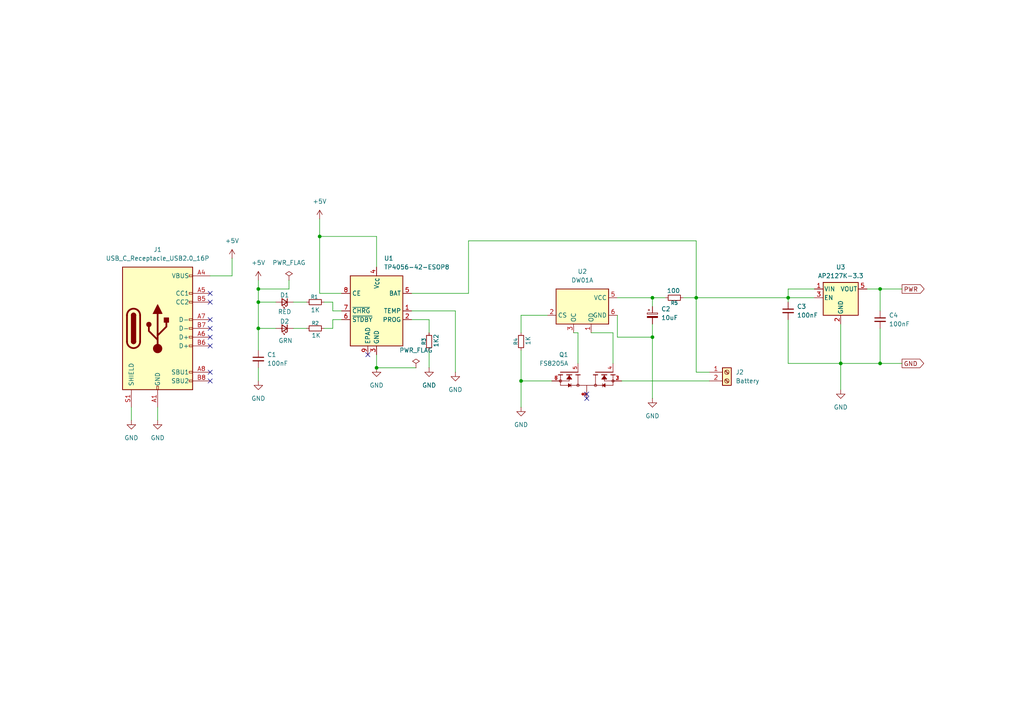
<source format=kicad_sch>
(kicad_sch (version 20250114) (generator "eeschema") (generator_version "9.0")
  (paper "A4")
  (title_block (title "Power Supply") (date "2025-06-22") (rev "REV. A") (company "EmbSysTech.in"))
  (lib_symbols
    (symbol "Battery_Management:DW01A"
      (property "Reference" "U" (at -6.604 6.35 0))
      (property "Value" "DW01A" (at 4.318 6.604 0))
      (symbol "DW01A_0_1"
        (pin power_in line (at -10.16 2.54 0) (length 2.54) (name "VCC") (number "5"))
        (pin power_in line (at -10.16 -2.54 0) (length 2.54) (name "GND") (number "6"))
        (pin output line (at -2.54 -7.62 90) (length 2.54) (name "OD") (number "1"))
        (pin output line (at 2.54 -7.62 90) (length 2.54) (name "OC") (number "3"))
        (pin input line (at 10.16 -2.54 180) (length 2.54) (name "CS") (number "2"))
      )
      (symbol "DW01A_1_1"
        (rectangle (start -7.62 5.08) (end 7.62 -5.08) (stroke (width 0.254)) (fill (type background)))
        (pin no_connect line (at 10.16 2.54 180) (length 2.54) (hide yes) (name "TD") (number "4"))
      )
    )
    (symbol "Battery_Management:TP4056-42-ESOP8"
      (property "Reference" "U" (at -6.604 11.684 0))
      (property "Value" "TP4056-42-ESOP8" (at 10.16 11.684 0))
      (symbol "TP4056-42-ESOP8_1_0"
        (pin input line (at -10.16 5.08 0) (length 2.54) (name "CE") (number "8"))
        (pin open_collector line (at -10.16 0 0) (length 2.54) (name "~{CHRG}") (number "7"))
        (pin open_collector line (at -10.16 -2.54 0) (length 2.54) (name "~{STDBY}") (number "6"))
        (pin passive line (at -2.54 -12.7 90) (length 2.54) (name "EPAD") (number "9"))
        (pin power_in line (at 0 12.7 270) (length 2.54) (name "V_{CC}") (number "4"))
        (pin power_in line (at 0 -12.7 90) (length 2.54) (name "GND") (number "3"))
        (pin power_out line (at 10.16 5.08 180) (length 2.54) (name "BAT") (number "5"))
        (pin input line (at 10.16 0 180) (length 2.54) (name "TEMP") (number "1"))
        (pin passive line (at 10.16 -2.54 180) (length 2.54) (name "PROG") (number "2"))
      )
      (symbol "TP4056-42-ESOP8_1_1"
        (rectangle (start -7.62 10.16) (end 7.62 -10.16) (stroke (width 0.254)) (fill (type background)))
      )
    )
    (symbol "Connector:Screw_Terminal_01x02" (pin_names (offset 1.016) (hide yes))
      (property "Reference" "J" (at 0 2.54 0))
      (property "Value" "Screw_Terminal_01x02" (at 0 -5.08 0))
      (symbol "Screw_Terminal_01x02_1_1"
        (rectangle (start -1.27 1.27) (end 1.27 -3.81) (stroke (width 0.254)) (fill (type background)))
        (polyline (pts (xy -0.5334 0.3302) (xy 0.3302 -0.508)) (stroke (width 0.1524)))
        (polyline (pts (xy -0.5334 -2.2098) (xy 0.3302 -3.048)) (stroke (width 0.1524)))
        (polyline (pts (xy -0.3556 0.508) (xy 0.508 -0.3302)) (stroke (width 0.1524)))
        (polyline (pts (xy -0.3556 -2.032) (xy 0.508 -2.8702)) (stroke (width 0.1524)))
        (circle (center 0 0) (radius 0.635) (stroke (width 0.1524)))
        (circle (center 0 -2.54) (radius 0.635) (stroke (width 0.1524)))
        (pin passive line (at -5.08 0 0) (length 3.81) (name "Pin_1") (number "1"))
        (pin passive line (at -5.08 -2.54 0) (length 3.81) (name "Pin_2") (number "2"))
      )
    )
    (symbol "Connector:USB_C_Receptacle_USB2.0_16P" (pin_names (offset 1.016))
      (property "Reference" "J" (at 0 22.225 0))
      (property "Value" "USB_C_Receptacle_USB2.0_16P" (at 0 19.685 0))
      (symbol "USB_C_Receptacle_USB2.0_16P_0_0"
        (rectangle (start -0.254 -17.78) (end 0.254 -16.764))
        (rectangle (start 10.16 15.494) (end 9.144 14.986))
        (rectangle (start 10.16 10.414) (end 9.144 9.906))
        (rectangle (start 10.16 7.874) (end 9.144 7.366))
        (rectangle (start 10.16 2.794) (end 9.144 2.286))
        (rectangle (start 10.16 0.254) (end 9.144 -0.254))
        (rectangle (start 10.16 -2.286) (end 9.144 -2.794))
        (rectangle (start 10.16 -4.826) (end 9.144 -5.334))
        (rectangle (start 10.16 -12.446) (end 9.144 -12.954))
        (rectangle (start 10.16 -14.986) (end 9.144 -15.494))
      )
      (symbol "USB_C_Receptacle_USB2.0_16P_0_1"
        (rectangle (start -10.16 17.78) (end 10.16 -17.78) (stroke (width 0.254)) (fill (type background)))
        (polyline (pts (xy -8.89 -3.81) (xy -8.89 3.81)) (stroke (width 0.508)))
        (rectangle (start -7.62 -3.81) (end -6.35 3.81) (stroke (width 0.254)) (fill (type outline)))
        (arc (start -7.62 3.81) (mid -6.985 4.4423) (end -6.35 3.81) (stroke (width 0.254)))
        (arc (start -7.62 3.81) (mid -6.985 4.4423) (end -6.35 3.81) (stroke (width 0.254)) (fill (type outline)))
        (arc (start -8.89 3.81) (mid -6.985 5.7067) (end -5.08 3.81) (stroke (width 0.508)))
        (arc (start -5.08 -3.81) (mid -6.985 -5.7067) (end -8.89 -3.81) (stroke (width 0.508)))
        (arc (start -6.35 -3.81) (mid -6.985 -4.4423) (end -7.62 -3.81) (stroke (width 0.254)))
        (arc (start -6.35 -3.81) (mid -6.985 -4.4423) (end -7.62 -3.81) (stroke (width 0.254)) (fill (type outline)))
        (polyline (pts (xy -5.08 3.81) (xy -5.08 -3.81)) (stroke (width 0.508)))
        (circle (center -2.54 1.143) (radius 0.635) (stroke (width 0.254)) (fill (type outline)))
        (polyline (pts (xy -1.27 4.318) (xy 0 6.858) (xy 1.27 4.318) (xy -1.27 4.318)) (stroke (width 0.254)) (fill (type outline)))
        (polyline (pts (xy 0 -2.032) (xy 2.54 0.508) (xy 2.54 1.778)) (stroke (width 0.508)))
        (polyline (pts (xy 0 -3.302) (xy -2.54 -0.762) (xy -2.54 0.508)) (stroke (width 0.508)))
        (polyline (pts (xy 0 -5.842) (xy 0 4.318)) (stroke (width 0.508)))
        (circle (center 0 -5.842) (radius 1.27) (fill (type outline)))
        (rectangle (start 1.905 1.778) (end 3.175 3.048) (stroke (width 0.254)) (fill (type outline)))
      )
      (symbol "USB_C_Receptacle_USB2.0_16P_1_1"
        (pin passive line (at -7.62 -22.86 90) (length 5.08) (name "SHIELD") (number "S1"))
        (pin passive line (at 0 -22.86 90) (length 5.08) (name "GND") (number "A1"))
        (pin passive line (at 0 -22.86 90) (length 5.08) (hide yes) (name "GND") (number "A12"))
        (pin passive line (at 0 -22.86 90) (length 5.08) (hide yes) (name "GND") (number "B1"))
        (pin passive line (at 0 -22.86 90) (length 5.08) (hide yes) (name "GND") (number "B12"))
        (pin passive line (at 15.24 15.24 180) (length 5.08) (name "VBUS") (number "A4"))
        (pin passive line (at 15.24 15.24 180) (length 5.08) (hide yes) (name "VBUS") (number "A9"))
        (pin passive line (at 15.24 15.24 180) (length 5.08) (hide yes) (name "VBUS") (number "B4"))
        (pin passive line (at 15.24 15.24 180) (length 5.08) (hide yes) (name "VBUS") (number "B9"))
        (pin bidirectional line (at 15.24 10.16 180) (length 5.08) (name "CC1") (number "A5"))
        (pin bidirectional line (at 15.24 7.62 180) (length 5.08) (name "CC2") (number "B5"))
        (pin bidirectional line (at 15.24 2.54 180) (length 5.08) (name "D-") (number "A7"))
        (pin bidirectional line (at 15.24 0 180) (length 5.08) (name "D-") (number "B7"))
        (pin bidirectional line (at 15.24 -2.54 180) (length 5.08) (name "D+") (number "A6"))
        (pin bidirectional line (at 15.24 -5.08 180) (length 5.08) (name "D+") (number "B6"))
        (pin bidirectional line (at 15.24 -12.7 180) (length 5.08) (name "SBU1") (number "A8"))
        (pin bidirectional line (at 15.24 -15.24 180) (length 5.08) (name "SBU2") (number "B8"))
      )
    )
    (symbol "Device:C_Polarized_Small" (pin_numbers (hide yes)) (pin_names (offset 0.254) (hide yes))
      (property "Reference" "C" (at 0.254 1.778 0))
      (property "Value" "C_Polarized_Small" (at 0.254 -2.032 0))
      (symbol "C_Polarized_Small_0_1"
        (rectangle (start -1.524 0.6858) (end 1.524 0.3048))
        (rectangle (start -1.524 -0.3048) (end 1.524 -0.6858) (fill (type outline)))
        (polyline (pts (xy -1.27 1.524) (xy -0.762 1.524)))
        (polyline (pts (xy -1.016 1.27) (xy -1.016 1.778)))
      )
      (symbol "C_Polarized_Small_1_1"
        (pin passive line (at 0 2.54 270) (length 1.8542) (name "~") (number "1"))
        (pin passive line (at 0 -2.54 90) (length 1.8542) (name "~") (number "2"))
      )
    )
    (symbol "Device:C_Small" (pin_numbers (hide yes)) (pin_names (offset 0.254) (hide yes))
      (property "Reference" "C" (at 0.254 1.778 0))
      (property "Value" "C_Small" (at 0.254 -2.032 0))
      (symbol "C_Small_0_1"
        (polyline (pts (xy -1.524 0.508) (xy 1.524 0.508)) (stroke (width 0.3048)))
        (polyline (pts (xy -1.524 -0.508) (xy 1.524 -0.508)) (stroke (width 0.3302)))
      )
      (symbol "C_Small_1_1"
        (pin passive line (at 0 2.54 270) (length 2.032) (name "~") (number "1"))
        (pin passive line (at 0 -2.54 90) (length 2.032) (name "~") (number "2"))
      )
    )
    (symbol "Device:LED_Small" (pin_numbers (hide yes)) (pin_names (offset 0.254) (hide yes))
      (property "Reference" "D" (at -1.27 3.175 0))
      (property "Value" "LED_Small" (at -4.445 -2.54 0))
      (symbol "LED_Small_0_1"
        (polyline (pts (xy -0.762 -1.016) (xy -0.762 1.016)) (stroke (width 0.254)))
        (polyline (pts (xy 0 0.762) (xy -0.508 1.27) (xy -0.254 1.27) (xy -0.508 1.27) (xy -0.508 1.016)))
        (polyline (pts (xy 0.508 1.27) (xy 0 1.778) (xy 0.254 1.778) (xy 0 1.778) (xy 0 1.524)))
        (polyline (pts (xy 0.762 -1.016) (xy -0.762 0) (xy 0.762 1.016) (xy 0.762 -1.016)) (stroke (width 0.254)))
        (polyline (pts (xy 1.016 0) (xy -0.762 0)))
      )
      (symbol "LED_Small_1_1"
        (pin passive line (at -2.54 0 0) (length 1.778) (name "K") (number "1"))
        (pin passive line (at 2.54 0 180) (length 1.778) (name "A") (number "2"))
      )
    )
    (symbol "Device:R_Small" (pin_numbers (hide yes)) (pin_names (offset 0.254) (hide yes))
      (property "Reference" "R" (at 0 0 90))
      (property "Value" "R_Small" (at 1.778 0 90))
      (symbol "R_Small_0_1"
        (rectangle (start -0.762 1.778) (end 0.762 -1.778) (stroke (width 0.2032)))
      )
      (symbol "R_Small_1_1"
        (pin passive line (at 0 2.54 270) (length 0.762) (name "~") (number "1"))
        (pin passive line (at 0 -2.54 90) (length 0.762) (name "~") (number "2"))
      )
    )
    (symbol "FS8205A:FS8205A" (pin_names (offset 1.016))
      (property "Reference" "Q" (at -11.43 7.62 0))
      (property "Value" "FS8205A" (at -11.43 -12.7 0))
      (symbol "FS8205A_0_0"
        (polyline (pts (xy -2.54 7.62) (xy -2.54 2.54)) (stroke (width 0.254)))
        (polyline (pts (xy -2.54 -2.54) (xy -2.54 -7.62)) (stroke (width 0.254)))
        (polyline (pts (xy -1.778 8.255) (xy -1.778 7.62)) (stroke (width 0.254)))
        (polyline (pts (xy -1.778 7.62) (xy -1.778 6.985)) (stroke (width 0.254)))
        (polyline (pts (xy -1.778 7.62) (xy 1.27 7.62)) (stroke (width 0.1524)))
        (polyline (pts (xy -1.778 5.842) (xy -1.778 5.08)) (stroke (width 0.254)))
        (polyline (pts (xy -1.778 5.08) (xy -1.778 4.318)) (stroke (width 0.254)))
        (polyline (pts (xy -1.778 5.08) (xy 0 5.08)) (stroke (width 0.1524)))
        (polyline (pts (xy -1.778 3.175) (xy -1.778 2.54)) (stroke (width 0.254)))
        (polyline (pts (xy -1.778 2.54) (xy -1.778 1.905)) (stroke (width 0.254)))
        (polyline (pts (xy -1.778 -1.905) (xy -1.778 -2.54)) (stroke (width 0.254)))
        (polyline (pts (xy -1.778 -2.54) (xy -1.778 -3.175)) (stroke (width 0.254)))
        (polyline (pts (xy -1.778 -2.54) (xy 1.27 -2.54)) (stroke (width 0.1524)))
        (polyline (pts (xy -1.778 -4.318) (xy -1.778 -5.08)) (stroke (width 0.254)))
        (polyline (pts (xy -1.778 -5.08) (xy -1.778 -5.842)) (stroke (width 0.254)))
        (polyline (pts (xy -1.778 -5.08) (xy 0 -5.08)) (stroke (width 0.1524)))
        (polyline (pts (xy -1.778 -6.985) (xy -1.778 -7.62)) (stroke (width 0.254)))
        (polyline (pts (xy -1.778 -7.62) (xy -1.778 -8.255)) (stroke (width 0.254)))
        (polyline (pts (xy -1.524 5.08) (xy -0.508 5.842) (xy -0.508 4.318) (xy -1.524 5.08)) (stroke (width 0.1524)) (fill (type outline)))
        (polyline (pts (xy -1.524 -5.08) (xy -0.508 -4.318) (xy -0.508 -5.842) (xy -1.524 -5.08)) (stroke (width 0.1524)) (fill (type outline)))
        (circle (center 0 7.62) (radius 0.3592))
        (polyline (pts (xy 0 7.62) (xy 0 5.08)) (stroke (width 0.1524)))
        (polyline (pts (xy 0 -5.08) (xy 0 -7.62)) (stroke (width 0.1524)))
        (polyline (pts (xy 0 -7.62) (xy -1.778 -7.62)) (stroke (width 0.1524)))
        (polyline (pts (xy 0 -7.62) (xy 1.27 -7.62)) (stroke (width 0.1524)))
        (circle (center 0 -7.62) (radius 0.3592))
        (polyline (pts (xy 0.762 4.572) (xy 1.27 4.572)) (stroke (width 0.1524)))
        (polyline (pts (xy 1.27 4.572) (xy 1.27 7.62)) (stroke (width 0.1524)))
        (polyline (pts (xy 1.27 4.572) (xy 1.778 4.572)) (stroke (width 0.1524)))
        (polyline (pts (xy 1.27 4.572) (xy 1.778 5.334) (xy 0.762 5.334) (xy 1.27 4.572)) (stroke (width 0.1524)) (fill (type outline)))
        (polyline (pts (xy 1.27 2.54) (xy -1.778 2.54)) (stroke (width 0.1524)))
        (polyline (pts (xy 1.27 2.54) (xy 1.27 4.572)) (stroke (width 0.1524)))
        (circle (center 1.27 2.54) (radius 0.3592))
        (polyline (pts (xy 1.27 0) (xy 1.27 2.54)) (stroke (width 0.1524)))
        (polyline (pts (xy 1.27 0) (xy 2.54 0)) (stroke (width 0.1524)))
        (polyline (pts (xy 1.27 -2.54) (xy 1.27 0)) (stroke (width 0.1524)))
        (polyline (pts (xy 1.27 -2.54) (xy 1.27 -4.572)) (stroke (width 0.1524)))
        (circle (center 1.27 -2.54) (radius 0.3592))
        (polyline (pts (xy 1.27 -4.572) (xy 0.762 -4.572)) (stroke (width 0.1524)))
        (polyline (pts (xy 1.27 -4.572) (xy 1.27 -7.62)) (stroke (width 0.1524)))
        (polyline (pts (xy 1.27 -4.572) (xy 0.762 -5.334) (xy 1.778 -5.334) (xy 1.27 -4.572)) (stroke (width 0.1524)) (fill (type outline)))
        (polyline (pts (xy 1.778 -4.572) (xy 1.27 -4.572)) (stroke (width 0.1524)))
        (pin passive line (at -5.08 2.54 0) (length 2.54) (name "~") (number "5"))
        (pin passive line (at -5.08 -7.62 0) (length 2.54) (name "~") (number "4"))
        (pin passive line (at 0 10.16 270) (length 2.54) (name "~") (number "6"))
        (pin passive line (at 0 10.16 270) (length 2.54) (name "~") (number "7"))
        (pin passive line (at 0 -10.16 90) (length 2.54) (name "~") (number "2"))
        (pin passive line (at 0 -10.16 90) (length 2.54) (name "~") (number "3"))
        (pin passive line (at 5.08 0 180) (length 2.54) (name "~") (number "1"))
        (pin passive line (at 5.08 0 180) (length 2.54) (name "~") (number "8"))
      )
    )
    (symbol "Regulator_Linear:AP2127K-3.3" (pin_names (offset 0.254))
      (property "Reference" "U" (at -5.08 5.715 0))
      (property "Value" "AP2127K-3.3" (at 0 5.715 0))
      (symbol "AP2127K-3.3_0_1"
        (rectangle (start -5.08 4.445) (end 5.08 -5.08) (stroke (width 0.254)) (fill (type background)))
      )
      (symbol "AP2127K-3.3_1_1"
        (pin power_in line (at -7.62 2.54 0) (length 2.54) (name "VIN") (number "1"))
        (pin input line (at -7.62 0 0) (length 2.54) (name "EN") (number "3"))
        (pin power_in line (at 0 -7.62 90) (length 2.54) (name "GND") (number "2"))
        (pin no_connect line (at 5.08 0 180) (length 2.54) (hide yes) (name "NC") (number "4"))
        (pin power_out line (at 7.62 2.54 180) (length 2.54) (name "VOUT") (number "5"))
      )
    )
    (symbol "power:+5V" (power) (pin_numbers (hide yes)) (pin_names (offset 0) (hide yes))
      (property "Value" "+5V" (at 0 3.556 0))
      (symbol "+5V_0_1"
        (polyline (pts (xy -0.762 1.27) (xy 0 2.54)))
        (polyline (pts (xy 0 2.54) (xy 0.762 1.27)))
        (polyline (pts (xy 0 0) (xy 0 2.54)))
      )
      (symbol "+5V_1_1"
        (pin power_in line (at 0 0 90) (length 0) (name "~") (number "1"))
      )
    )
    (symbol "power:GND" (power) (pin_numbers (hide yes)) (pin_names (offset 0) (hide yes))
      (property "Value" "GND" (at 0 -3.81 0))
      (symbol "GND_0_1"
        (polyline (pts (xy 0 0) (xy 0 -1.27) (xy 1.27 -1.27) (xy 0 -2.54) (xy -1.27 -1.27) (xy 0 -1.27)))
      )
      (symbol "GND_1_1"
        (pin power_in line (at 0 0 270) (length 0) (name "~") (number "1"))
      )
    )
    (symbol "power:PWR_FLAG" (power) (pin_numbers (hide yes)) (pin_names (offset 0) (hide yes))
      (property "Value" "PWR_FLAG" (at 0 3.81 0))
      (symbol "PWR_FLAG_0_0"
        (pin power_out line (at 0 0 90) (length 0) (name "~") (number "1"))
      )
      (symbol "PWR_FLAG_0_1"
        (polyline (pts (xy 0 0) (xy 0 1.27) (xy -1.016 1.905) (xy 0 2.54) (xy 1.016 1.905) (xy 0 1.27)))
      )
    )
  )
  (junction (at 228.6 86.36))
  (junction (at 74.93 95.25))
  (junction (at 243.84 105.41))
  (junction (at 255.27 83.82))
  (junction (at 255.27 105.41))
  (junction (at 151.13 110.49))
  (junction (at 109.22 106.68))
  (junction (at 189.23 86.36))
  (junction (at 201.93 86.36))
  (junction (at 74.93 87.63))
  (junction (at 92.71 68.58))
  (junction (at 74.93 83.82))
  (junction (at 189.23 97.79))
  (no_connect (at 60.96 110.49))
  (no_connect (at 106.68 102.87))
  (no_connect (at 60.96 100.33))
  (no_connect (at 170.18 115.57))
  (no_connect (at 60.96 85.09))
  (no_connect (at 60.96 95.25))
  (no_connect (at 60.96 107.95))
  (no_connect (at 170.18 114.3))
  (no_connect (at 60.96 97.79))
  (no_connect (at 60.96 87.63))
  (no_connect (at 60.96 92.71))
  (wire (pts (xy 255.27 95.25) (xy 255.27 105.41)))
  (wire (pts (xy 243.84 105.41) (xy 243.84 113.03)))
  (wire (pts (xy 74.93 87.63) (xy 80.01 87.63)))
  (wire (pts (xy 189.23 93.98) (xy 189.23 97.79)))
  (wire (pts (xy 179.07 91.44) (xy 179.07 97.79)))
  (wire (pts (xy 96.52 90.17) (xy 99.06 90.17)))
  (wire (pts (xy 236.22 83.82) (xy 228.6 83.82)))
  (wire (pts (xy 109.22 106.68) (xy 120.65 106.68)))
  (wire (pts (xy 228.6 86.36) (xy 228.6 87.63)))
  (wire (pts (xy 99.06 92.71) (xy 96.52 92.71)))
  (wire (pts (xy 92.71 85.09) (xy 99.06 85.09)))
  (wire (pts (xy 67.31 74.93) (xy 67.31 80.01)))
  (wire (pts (xy 124.46 92.71) (xy 124.46 96.52)))
  (wire (pts (xy 151.13 110.49) (xy 151.13 101.6)))
  (wire (pts (xy 158.75 91.44) (xy 151.13 91.44)))
  (wire (pts (xy 85.09 87.63) (xy 88.9 87.63)))
  (wire (pts (xy 109.22 68.58) (xy 92.71 68.58)))
  (wire (pts (xy 45.72 118.11) (xy 45.72 121.92)))
  (wire (pts (xy 228.6 105.41) (xy 243.84 105.41)))
  (wire (pts (xy 85.09 95.25) (xy 88.9 95.25)))
  (wire (pts (xy 177.8 96.52) (xy 177.8 105.41)))
  (wire (pts (xy 179.07 97.79) (xy 189.23 97.79)))
  (wire (pts (xy 132.08 107.95) (xy 132.08 90.17)))
  (wire (pts (xy 80.01 95.25) (xy 74.93 95.25)))
  (wire (pts (xy 151.13 91.44) (xy 151.13 96.52)))
  (wire (pts (xy 74.93 95.25) (xy 74.93 101.6)))
  (wire (pts (xy 201.93 107.95) (xy 201.93 86.36)))
  (wire (pts (xy 96.52 92.71) (xy 96.52 95.25)))
  (wire (pts (xy 179.07 86.36) (xy 189.23 86.36)))
  (wire (pts (xy 83.82 83.82) (xy 74.93 83.82)))
  (wire (pts (xy 124.46 101.6) (xy 124.46 106.68)))
  (wire (pts (xy 96.52 87.63) (xy 96.52 90.17)))
  (wire (pts (xy 92.71 68.58) (xy 92.71 85.09)))
  (wire (pts (xy 74.93 106.68) (xy 74.93 110.49)))
  (wire (pts (xy 205.74 107.95) (xy 201.93 107.95)))
  (wire (pts (xy 151.13 110.49) (xy 160.02 110.49)))
  (wire (pts (xy 38.1 118.11) (xy 38.1 121.92)))
  (wire (pts (xy 67.31 80.01) (xy 60.96 80.01)))
  (wire (pts (xy 167.64 96.52) (xy 166.37 96.52)))
  (wire (pts (xy 119.38 92.71) (xy 124.46 92.71)))
  (wire (pts (xy 135.89 69.85) (xy 201.93 69.85)))
  (wire (pts (xy 119.38 85.09) (xy 135.89 85.09)))
  (wire (pts (xy 151.13 118.11) (xy 151.13 110.49)))
  (wire (pts (xy 255.27 105.41) (xy 243.84 105.41)))
  (wire (pts (xy 74.93 81.28) (xy 74.93 83.82)))
  (wire (pts (xy 201.93 86.36) (xy 201.93 69.85)))
  (wire (pts (xy 243.84 93.98) (xy 243.84 105.41)))
  (wire (pts (xy 189.23 86.36) (xy 189.23 88.9)))
  (wire (pts (xy 255.27 83.82) (xy 255.27 90.17)))
  (wire (pts (xy 74.93 95.25) (xy 74.93 87.63)))
  (wire (pts (xy 228.6 83.82) (xy 228.6 86.36)))
  (wire (pts (xy 236.22 86.36) (xy 228.6 86.36)))
  (wire (pts (xy 96.52 95.25) (xy 93.98 95.25)))
  (wire (pts (xy 109.22 102.87) (xy 109.22 106.68)))
  (wire (pts (xy 251.46 83.82) (xy 255.27 83.82)))
  (wire (pts (xy 171.45 96.52) (xy 177.8 96.52)))
  (wire (pts (xy 92.71 63.5) (xy 92.71 68.58)))
  (wire (pts (xy 198.12 86.36) (xy 201.93 86.36)))
  (wire (pts (xy 180.34 110.49) (xy 205.74 110.49)))
  (wire (pts (xy 135.89 85.09) (xy 135.89 69.85)))
  (wire (pts (xy 132.08 90.17) (xy 119.38 90.17)))
  (wire (pts (xy 255.27 83.82) (xy 261.62 83.82)))
  (wire (pts (xy 255.27 105.41) (xy 261.62 105.41)))
  (wire (pts (xy 167.64 105.41) (xy 167.64 96.52)))
  (wire (pts (xy 109.22 77.47) (xy 109.22 68.58)))
  (wire (pts (xy 83.82 81.28) (xy 83.82 83.82)))
  (wire (pts (xy 201.93 86.36) (xy 228.6 86.36)))
  (wire (pts (xy 228.6 92.71) (xy 228.6 105.41)))
  (wire (pts (xy 93.98 87.63) (xy 96.52 87.63)))
  (wire (pts (xy 189.23 97.79) (xy 189.23 115.57)))
  (wire (pts (xy 74.93 83.82) (xy 74.93 87.63)))
  (wire (pts (xy 189.23 86.36) (xy 193.04 86.36)))
  (global_label "GND" (shape output) (at 261.62 105.41 0) (property "Intersheetrefs" "${INTERSHEET_REFS}" (effects (hide yes))))
  (global_label "PWR" (shape output) (at 261.62 83.82 0) (property "Intersheetrefs" "${INTERSHEET_REFS}" (effects (hide yes))))
  (symbol (lib_id "power:PWR_FLAG") (at 83.82 81.28 0) (unit 1)
    (property "Reference" "#FLG01" (effects (hide yes)))
    (property "Value" "PWR_FLAG" (at 83.82 76.2 0))
    (property "Description" "Special symbol for telling ERC where power comes from" (effects (hide yes)))
  )
  (symbol (lib_id "Device:R_Small") (at 124.46 99.06 180) (unit 1)
    (property "Reference" "R3" (at 122.936 99.06 90) (effects (font (size 1.016 1.016))))
    (property "Value" "1K2" (at 126.492 98.806 90))
    (property "Description" "Resistor, small symbol" (effects (hide yes)))
  )
  (symbol (lib_id "Regulator_Linear:AP2127K-3.3") (at 243.84 86.36 0) (unit 1)
    (property "Reference" "U3" (at 243.84 77.47 0))
    (property "Value" "AP2127K-3.3" (at 243.84 80.01 0))
    (property "Footprint" "Package_TO_SOT_SMD:SOT-223-3_TabPin2" (effects (hide yes)))
    (property "Datasheet" "https://www.diodes.com/assets/Datasheets/AP2127.pdf" (effects (hide yes)))
    (property "Description" "300mA low dropout linear regulator, shutdown pin, 2.5V-6V input voltage, 3.3V fixed positive output, SOT-23-5" (effects (hide yes)))
  )
  (symbol (lib_id "Device:LED_Small") (at 82.55 95.25 180) (unit 1)
    (property "Reference" "D2" (at 82.55 93.218 0))
    (property "Value" "GRN" (at 82.804 98.806 0))
    (property "Description" "Light emitting diode, small symbol" (effects (hide yes)))
    (property "Sim.Pin" "1=K 2=A" (effects (hide yes)))
  )
  (symbol (lib_id "Device:R_Small") (at 151.13 99.06 180) (unit 1)
    (property "Reference" "R4" (at 149.606 99.06 90) (effects (font (size 1.016 1.016))))
    (property "Value" "1K" (at 153.162 98.806 90))
    (property "Description" "Resistor, small symbol" (effects (hide yes)))
  )
  (symbol (lib_id "Device:LED_Small") (at 82.55 87.63 180) (unit 1)
    (property "Reference" "D1" (at 82.55 85.598 0))
    (property "Value" "RED" (at 82.55 90.424 0))
    (property "Description" "Light emitting diode, small symbol" (effects (hide yes)))
    (property "Sim.Pin" "1=K 2=A" (effects (hide yes)))
  )
  (symbol (lib_id "FS8205A:FS8205A") (at 170.18 110.49 90) (mirror x) (unit 1)
    (property "Reference" "Q1" (at 164.8713 102.87 90) (effects (justify left)))
    (property "Value" "FS8205A" (at 164.8713 105.41 90) (effects (justify left)))
    (property "Footprint" "FS8205A:SOP65P640X120-8N" (effects (hide yes)))
    (property "MF" "Fortune Semiconductor" (effects (hide yes)))
    (property "MAXIMUM_PACKAGE_HEIGHT" "1.2mm" (effects (hide yes)))
    (property "Package" "Package" (effects (hide yes)))
    (property "Price" "None" (effects (hide yes)))
    (property "Check_prices" "https://www.snapeda.com/parts/FS8205A/Fortune+Semiconductor/view-part/?ref=eda" (effects (hide yes)))
    (property "STANDARD" "IPC 7351B" (effects (hide yes)))
    (property "PARTREV" "1.7" (effects (hide yes)))
    (property "SnapEDA_Link" "https://www.snapeda.com/parts/FS8205A/Fortune+Semiconductor/view-part/?ref=snap" (effects (hide yes)))
    (property "MP" "FS8205A" (effects (hide yes)))
    (property "Availability" "In Stock" (effects (hide yes)))
    (property "MANUFACTURER" "Fortune Semiconductor" (effects (hide yes)))
  )
  (symbol (lib_id "Device:C_Small") (at 74.93 104.14 0) (unit 1)
    (property "Reference" "C1" (at 77.47 102.8762 0) (effects (justify left)))
    (property "Value" "100nF" (at 77.47 105.4162 0) (effects (justify left)))
    (property "Description" "Unpolarized capacitor, small symbol" (effects (hide yes)))
  )
  (symbol (lib_id "power:GND") (at 38.1 121.92 0) (unit 1)
    (property "Reference" "#PWR07" (effects (hide yes)))
    (property "Value" "GND" (at 38.1 127 0))
    (property "Description" "Power symbol creates a global label with name \"GND\" , ground" (effects (hide yes)))
  )
  (symbol (lib_id "Battery_Management:DW01A") (at 168.91 88.9 0) (mirror y) (unit 1)
    (property "Reference" "U2" (at 168.91 78.74 0))
    (property "Value" "DW01A" (at 168.91 81.28 0))
    (property "Footprint" "Package_TO_SOT_SMD:SOT-23-6" (effects (hide yes)))
    (property "Datasheet" "https://hmsemi.com/downfile/DW01A.PDF" (effects (hide yes)))
    (property "Description" "Overcharge, overcurrent and overdischarge protection IC for single cell lithium-ion/polymer battery" (effects (hide yes)))
  )
  (symbol (lib_id "power:GND") (at 124.46 106.68 0) (unit 1)
    (property "Reference" "#PWR04" (effects (hide yes)))
    (property "Value" "GND" (at 124.46 111.76 0))
    (property "Description" "Power symbol creates a global label with name \"GND\" , ground" (effects (hide yes)))
  )
  (symbol (lib_id "Device:R_Small") (at 195.58 86.36 270) (unit 1)
    (property "Reference" "R5" (at 195.58 87.884 90) (effects (font (size 1.016 1.016))))
    (property "Value" "100" (at 195.326 84.328 90))
    (property "Description" "Resistor, small symbol" (effects (hide yes)))
  )
  (symbol (lib_id "Battery_Management:TP4056-42-ESOP8") (at 109.22 90.17 0) (unit 1)
    (property "Reference" "U1" (at 111.3633 74.93 0) (effects (justify left)))
    (property "Value" "TP4056-42-ESOP8" (at 111.3633 77.47 0) (effects (justify left)))
    (property "Footprint" "Package_SO:SOIC-8-1EP_3.9x4.9mm_P1.27mm_EP2.41x3.3mm_ThermalVias" (effects (hide yes)))
    (property "Datasheet" "https://www.lcsc.com/datasheet/lcsc_datasheet_2410121619_TOPPOWER-Nanjing-Extension-Microelectronics-TP4056-42-ESOP8_C16581.pdf" (effects (hide yes)))
    (property "Description" "1A Standalone Linear Li-ion/LiPo single-cell battery charger, 4.2V ±1% charge voltage, VCC = 4.0..8.0V, SOIC-8 (SOP-8)" (effects (hide yes)))
  )
  (symbol (lib_id "power:GND") (at 151.13 118.11 0) (unit 1)
    (property "Reference" "#PWR09" (effects (hide yes)))
    (property "Value" "GND" (at 151.13 123.19 0))
    (property "Description" "Power symbol creates a global label with name \"GND\" , ground" (effects (hide yes)))
  )
  (symbol (lib_id "Device:C_Small") (at 228.6 90.17 0) (unit 1)
    (property "Reference" "C3" (at 231.14 88.9062 0) (effects (justify left)))
    (property "Value" "100nF" (at 231.14 91.4462 0) (effects (justify left)))
    (property "Description" "Unpolarized capacitor, small symbol" (effects (hide yes)))
  )
  (symbol (lib_id "Device:C_Small") (at 255.27 92.71 0) (unit 1)
    (property "Reference" "C4" (at 257.81 91.4462 0) (effects (justify left)))
    (property "Value" "100nF" (at 257.81 93.9862 0) (effects (justify left)))
    (property "Description" "Unpolarized capacitor, small symbol" (effects (hide yes)))
  )
  (symbol (lib_id "power:+5V") (at 67.31 74.93 0) (unit 1)
    (property "Reference" "#PWR06" (effects (hide yes)))
    (property "Value" "+5V" (at 67.31 69.85 0))
    (property "Description" "Power symbol creates a global label with name \"+5V\"" (effects (hide yes)))
  )
  (symbol (lib_id "power:GND") (at 189.23 115.57 0) (unit 1)
    (property "Reference" "#PWR010" (effects (hide yes)))
    (property "Value" "GND" (at 189.23 120.65 0))
    (property "Description" "Power symbol creates a global label with name \"GND\" , ground" (effects (hide yes)))
  )
  (symbol (lib_id "Device:C_Polarized_Small") (at 189.23 91.44 0) (unit 1)
    (property "Reference" "C2" (at 191.77 89.6238 0) (effects (justify left)))
    (property "Value" "10uF" (at 191.77 92.1638 0) (effects (justify left)))
    (property "Description" "Polarized capacitor, small symbol" (effects (hide yes)))
  )
  (symbol (lib_id "power:PWR_FLAG") (at 120.65 106.68 0) (unit 1)
    (property "Reference" "#FLG02" (effects (hide yes)))
    (property "Value" "PWR_FLAG" (at 120.65 101.6 0))
    (property "Description" "Special symbol for telling ERC where power comes from" (effects (hide yes)))
  )
  (symbol (lib_id "Connector:USB_C_Receptacle_USB2.0_16P") (at 45.72 95.25 0) (unit 1)
    (property "Reference" "J1" (at 45.72 72.39 0))
    (property "Value" "USB_C_Receptacle_USB2.0_16P" (at 45.72 74.93 0))
    (property "Datasheet" "https://www.usb.org/sites/default/files/documents/usb_type-c.zip" (effects (hide yes)))
    (property "Description" "USB 2.0-only 16P Type-C Receptacle connector" (effects (hide yes)))
  )
  (symbol (lib_id "Device:R_Small") (at 91.44 95.25 90) (unit 1)
    (property "Reference" "R2" (at 91.44 93.726 90) (effects (font (size 1.016 1.016))))
    (property "Value" "1K" (at 91.694 97.282 90))
    (property "Description" "Resistor, small symbol" (effects (hide yes)))
  )
  (symbol (lib_id "Device:R_Small") (at 91.44 87.63 90) (unit 1)
    (property "Reference" "R1" (at 91.186 86.106 90) (effects (font (size 1.016 1.016))))
    (property "Value" "1K" (at 91.44 89.916 90))
    (property "Description" "Resistor, small symbol" (effects (hide yes)))
  )
  (symbol (lib_id "Connector:Screw_Terminal_01x02") (at 210.82 107.95 0) (unit 1)
    (property "Reference" "J2" (at 213.36 107.9499 0) (effects (justify left)))
    (property "Value" "Battery" (at 213.36 110.4899 0) (effects (justify left)))
    (property "Description" "Generic screw terminal, single row, 01x02, script generated (kicad-library-utils/schlib/autogen/connector/)" (effects (hide yes)))
  )
  (symbol (lib_id "power:+5V") (at 92.71 63.5 0) (unit 1)
    (property "Reference" "#PWR012" (effects (hide yes)))
    (property "Value" "+5V" (at 92.71 58.42 0))
    (property "Description" "Power symbol creates a global label with name \"+5V\"" (effects (hide yes)))
  )
  (symbol (lib_id "power:GND") (at 243.84 113.03 0) (unit 1)
    (property "Reference" "#PWR011" (effects (hide yes)))
    (property "Value" "GND" (at 243.84 118.11 0))
    (property "Description" "Power symbol creates a global label with name \"GND\" , ground" (effects (hide yes)))
  )
  (symbol (lib_id "power:GND") (at 109.22 106.68 0) (unit 1)
    (property "Reference" "#PWR01" (effects (hide yes)))
    (property "Value" "GND" (at 109.22 111.76 0))
    (property "Description" "Power symbol creates a global label with name \"GND\" , ground" (effects (hide yes)))
  )
  (symbol (lib_id "power:GND") (at 45.72 121.92 0) (unit 1)
    (property "Reference" "#PWR08" (effects (hide yes)))
    (property "Value" "GND" (at 45.72 127 0))
    (property "Description" "Power symbol creates a global label with name \"GND\" , ground" (effects (hide yes)))
  )
  (symbol (lib_id "power:GND") (at 74.93 110.49 0) (unit 1)
    (property "Reference" "#PWR03" (effects (hide yes)))
    (property "Value" "GND" (at 74.93 115.57 0))
    (property "Description" "Power symbol creates a global label with name \"GND\" , ground" (effects (hide yes)))
  )
  (symbol (lib_id "power:GND") (at 132.08 107.95 0) (unit 1)
    (property "Reference" "#PWR05" (effects (hide yes)))
    (property "Value" "GND" (at 132.08 113.03 0))
    (property "Description" "Power symbol creates a global label with name \"GND\" , ground" (effects (hide yes)))
  )
  (symbol (lib_id "power:+5V") (at 74.93 81.28 0) (unit 1)
    (property "Reference" "#PWR02" (effects (hide yes)))
    (property "Value" "+5V" (at 74.93 76.2 0))
    (property "Description" "Power symbol creates a global label with name \"+5V\"" (effects (hide yes)))
  )
)
</source>
